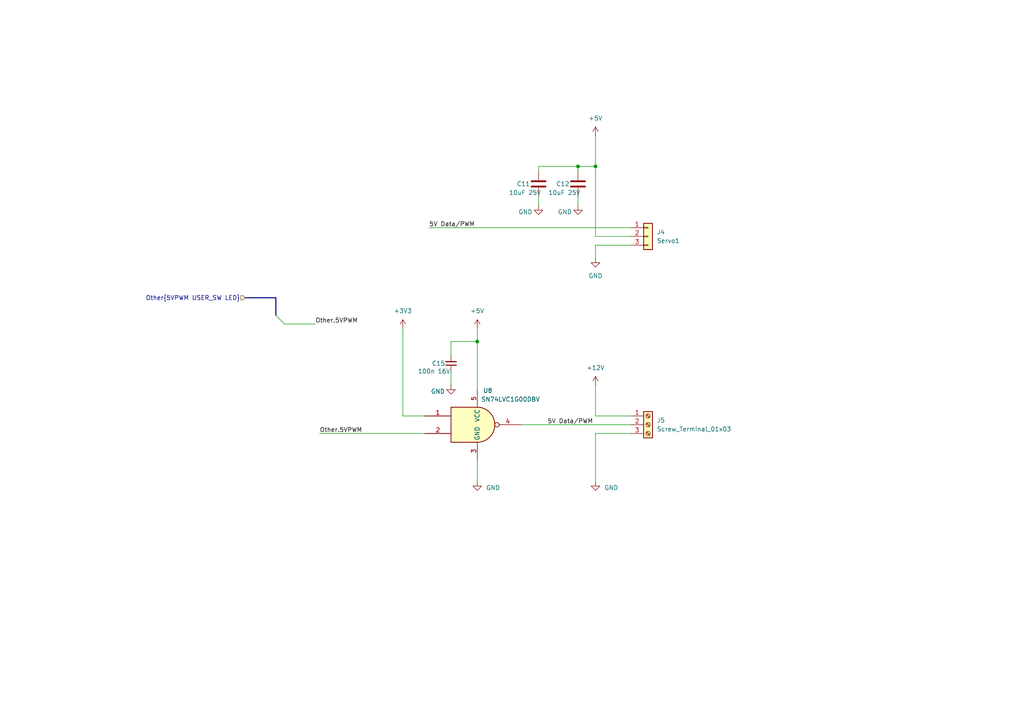
<source format=kicad_sch>
(kicad_sch (version 20231120) (generator "eeschema") (generator_version "8.0")
  (paper "A4")
  (title_block (title "Servo/5v PWM out") (date "2025-02-04") (rev "A") (company "Artem Horiunov") (comment 1 "DESIGNED IN POLAND"))
  (lib_symbols
    (symbol "74xGxx:SN74LVC1G00DBV"
      (property "Reference" "U" (at -5.08 7.62 0))
      (property "Value" "SN74LVC1G00DBV" (at 7.62 -7.62 0))
      (symbol "SN74LVC1G00DBV_0_1"
        (arc (start 0 -5.08) (mid 5.0579 0) (end 0 5.08) (stroke (width 0.254)) (fill (type background)))
        (polyline (pts (xy 0 -5.08) (xy -7.62 -5.08) (xy -7.62 5.08) (xy 0 5.08)) (stroke (width 0.254)) (fill (type background)))
      )
      (symbol "SN74LVC1G00DBV_1_1"
        (pin input line (at -15.24 2.54 0) (length 7.62) (name "~") (number "1"))
        (pin input line (at -15.24 -2.54 0) (length 7.62) (name "~") (number "2"))
        (pin power_in line (at 0 -10.16 90) (length 5.08) (name "GND") (number "3"))
        (pin output inverted (at 12.7 0 180) (length 7.62) (name "~") (number "4"))
        (pin power_in line (at 0 10.16 270) (length 5.08) (name "VCC") (number "5"))
      )
    )
    (symbol "Connector:Screw_Terminal_01x03" (pin_names (offset 1.016) hide)
      (property "Reference" "J" (at 0 5.08 0))
      (property "Value" "Screw_Terminal_01x03" (at 0 -5.08 0))
      (symbol "Screw_Terminal_01x03_1_1"
        (rectangle (start -1.27 3.81) (end 1.27 -3.81) (stroke (width 0.254)) (fill (type background)))
        (circle (center 0 -2.54) (radius 0.635) (stroke (width 0.1524)))
        (polyline (pts (xy -0.5334 -2.2098) (xy 0.3302 -3.048)) (stroke (width 0.1524)))
        (polyline (pts (xy -0.5334 0.3302) (xy 0.3302 -0.508)) (stroke (width 0.1524)))
        (polyline (pts (xy -0.5334 2.8702) (xy 0.3302 2.032)) (stroke (width 0.1524)))
        (polyline (pts (xy -0.3556 -2.032) (xy 0.508 -2.8702)) (stroke (width 0.1524)))
        (polyline (pts (xy -0.3556 0.508) (xy 0.508 -0.3302)) (stroke (width 0.1524)))
        (polyline (pts (xy -0.3556 3.048) (xy 0.508 2.2098)) (stroke (width 0.1524)))
        (circle (center 0 0) (radius 0.635) (stroke (width 0.1524)))
        (circle (center 0 2.54) (radius 0.635) (stroke (width 0.1524)))
        (pin passive line (at -5.08 2.54 0) (length 3.81) (name "Pin_1") (number "1"))
        (pin passive line (at -5.08 0 0) (length 3.81) (name "Pin_2") (number "2"))
        (pin passive line (at -5.08 -2.54 0) (length 3.81) (name "Pin_3") (number "3"))
      )
    )
    (symbol "Connector_Generic:Conn_01x03" (pin_names (offset 1.016) hide)
      (property "Reference" "J" (at 0 5.08 0))
      (property "Value" "Conn_01x03" (at 0 -5.08 0))
      (symbol "Conn_01x03_1_1"
        (rectangle (start -1.27 -2.413) (end 0 -2.667) (stroke (width 0.1524)))
        (rectangle (start -1.27 0.127) (end 0 -0.127) (stroke (width 0.1524)))
        (rectangle (start -1.27 2.667) (end 0 2.413) (stroke (width 0.1524)))
        (rectangle (start -1.27 3.81) (end 1.27 -3.81) (stroke (width 0.254)) (fill (type background)))
        (pin passive line (at -5.08 2.54 0) (length 3.81) (name "Pin_1") (number "1"))
        (pin passive line (at -5.08 0 0) (length 3.81) (name "Pin_2") (number "2"))
        (pin passive line (at -5.08 -2.54 0) (length 3.81) (name "Pin_3") (number "3"))
      )
    )
    (symbol "Device:C" (pin_numbers hide) (pin_names (offset 0.254))
      (property "Reference" "C" (at 0.635 2.54 0))
      (property "Value" "C" (at 0.635 -2.54 0))
      (symbol "C_0_1"
        (polyline (pts (xy -2.032 -0.762) (xy 2.032 -0.762)) (stroke (width 0.508)))
        (polyline (pts (xy -2.032 0.762) (xy 2.032 0.762)) (stroke (width 0.508)))
      )
      (symbol "C_1_1"
        (pin passive line (at 0 3.81 270) (length 2.794) (name "~") (number "1"))
        (pin passive line (at 0 -3.81 90) (length 2.794) (name "~") (number "2"))
      )
    )
    (symbol "Device:C_Small" (pin_numbers hide) (pin_names (offset 0.254) hide)
      (property "Reference" "C" (at 0.254 1.778 0))
      (property "Value" "C_Small" (at 0.254 -2.032 0))
      (symbol "C_Small_0_1"
        (polyline (pts (xy -1.524 -0.508) (xy 1.524 -0.508)) (stroke (width 0.3302)))
        (polyline (pts (xy -1.524 0.508) (xy 1.524 0.508)) (stroke (width 0.3048)))
      )
      (symbol "C_Small_1_1"
        (pin passive line (at 0 2.54 270) (length 2.032) (name "~") (number "1"))
        (pin passive line (at 0 -2.54 90) (length 2.032) (name "~") (number "2"))
      )
    )
    (symbol "power:+3V3" (power) (pin_numbers hide) (pin_names (offset 0) hide)
      (property "Value" "+3V3" (at 0 3.556 0))
      (symbol "+3V3_0_1"
        (polyline (pts (xy -0.762 1.27) (xy 0 2.54)))
        (polyline (pts (xy 0 0) (xy 0 2.54)))
        (polyline (pts (xy 0 2.54) (xy 0.762 1.27)))
      )
      (symbol "+3V3_1_1"
        (pin power_in line (at 0 0 90) (length 0) (name "~") (number "1"))
      )
    )
    (symbol "power:+5V" (power) (pin_numbers hide) (pin_names (offset 0) hide)
      (property "Value" "+5V" (at 0 3.556 0))
      (symbol "+5V_0_1"
        (polyline (pts (xy -0.762 1.27) (xy 0 2.54)))
        (polyline (pts (xy 0 0) (xy 0 2.54)))
        (polyline (pts (xy 0 2.54) (xy 0.762 1.27)))
      )
      (symbol "+5V_1_1"
        (pin power_in line (at 0 0 90) (length 0) (name "~") (number "1"))
      )
    )
    (symbol "power:GND" (power) (pin_numbers hide) (pin_names (offset 0) hide)
      (property "Value" "GND" (at 0 -3.81 0))
      (symbol "GND_0_1"
        (polyline (pts (xy 0 0) (xy 0 -1.27) (xy 1.27 -1.27) (xy 0 -2.54) (xy -1.27 -1.27) (xy 0 -1.27)))
      )
      (symbol "GND_1_1"
        (pin power_in line (at 0 0 270) (length 0) (name "~") (number "1"))
      )
    )
  )
  (junction (at 172.72 48.26))
  (junction (at 167.64 48.26))
  (junction (at 138.43 99.06))
  (bus_entry (at 80.01 91.44) (size 2.54 2.54))
  (wire (pts (xy 124.46 66.04) (xy 182.88 66.04)))
  (wire (pts (xy 167.64 48.26) (xy 156.21 48.26)))
  (wire (pts (xy 182.88 125.73) (xy 172.72 125.73)))
  (wire (pts (xy 138.43 133.35) (xy 138.43 139.7)))
  (wire (pts (xy 156.21 57.15) (xy 156.21 59.69)))
  (wire (pts (xy 172.72 71.12) (xy 182.88 71.12)))
  (wire (pts (xy 151.13 123.19) (xy 182.88 123.19)))
  (wire (pts (xy 172.72 68.58) (xy 182.88 68.58)))
  (wire (pts (xy 116.84 120.65) (xy 123.19 120.65)))
  (wire (pts (xy 130.81 99.06) (xy 138.43 99.06)))
  (wire (pts (xy 92.71 125.73) (xy 123.19 125.73)))
  (wire (pts (xy 172.72 39.37) (xy 172.72 48.26)))
  (wire (pts (xy 138.43 95.25) (xy 138.43 99.06)))
  (wire (pts (xy 172.72 48.26) (xy 167.64 48.26)))
  (bus (pts (xy 80.01 86.36) (xy 80.01 91.44)))
  (wire (pts (xy 167.64 48.26) (xy 167.64 49.53)))
  (wire (pts (xy 82.55 93.98) (xy 91.44 93.98)))
  (wire (pts (xy 182.88 120.65) (xy 172.72 120.65)))
  (wire (pts (xy 172.72 74.93) (xy 172.72 71.12)))
  (wire (pts (xy 156.21 48.26) (xy 156.21 49.53)))
  (wire (pts (xy 172.72 111.76) (xy 172.72 120.65)))
  (wire (pts (xy 116.84 95.25) (xy 116.84 120.65)))
  (wire (pts (xy 167.64 57.15) (xy 167.64 59.69)))
  (wire (pts (xy 130.81 107.95) (xy 130.81 111.76)))
  (wire (pts (xy 130.81 99.06) (xy 130.81 102.87)))
  (wire (pts (xy 172.72 48.26) (xy 172.72 68.58)))
  (wire (pts (xy 138.43 99.06) (xy 138.43 113.03)))
  (bus (pts (xy 71.12 86.36) (xy 80.01 86.36)))
  (wire (pts (xy 172.72 125.73) (xy 172.72 139.7)))
  (label "5V Data{slash}PWM" (at 124.46 66.04 0))
  (label "Other.5VPWM" (at 92.71 125.73 0))
  (label "Other.5VPWM" (at 91.44 93.98 0))
  (label "5V Data{slash}PWM" (at 158.75 123.19 0))
  (hierarchical_label "Other{5VPWM USER_SW LED}" (shape input) (at 71.12 86.36 180))
  (symbol (lib_id "Device:C_Small") (at 130.81 105.41 0) (mirror x) (unit 1)
    (property "Reference" "C15" (at 125.222 105.41 0) (effects (justify left)))
    (property "Value" "100n 16V" (at 121.158 107.696 0) (effects (justify left)))
    (property "Footprint" "Capacitor_SMD:C_0402_1005Metric" (effects (hide yes)))
    (property "Description" "Unpolarized capacitor, small symbol" (effects (hide yes)))
  )
  (symbol (lib_id "power:GND") (at 138.43 139.7 0) (unit 1)
    (property "Reference" "#PWR039" (effects (hide yes)))
    (property "Value" "GND" (at 143.002 141.478 0))
    (property "Description" "Power symbol creates a global label with name \"GND\" , ground" (effects (hide yes)))
  )
  (symbol (lib_id "power:GND") (at 167.64 59.69 0) (unit 1)
    (property "Reference" "#PWR025" (effects (hide yes)))
    (property "Value" "GND" (at 163.83 61.468 0))
  )
  (symbol (lib_id "power:+5V") (at 172.72 111.76 0) (unit 1)
    (property "Reference" "#PWR038" (effects (hide yes)))
    (property "Value" "+12V" (at 172.72 106.68 0))
    (property "Description" "Power symbol creates a global label with name \"+5V\"" (effects (hide yes)))
  )
  (symbol (lib_id "power:GND") (at 172.72 74.93 0) (unit 1)
    (property "Reference" "#PWR026" (effects (hide yes)))
    (property "Value" "GND" (at 172.72 80.01 0))
  )
  (symbol (lib_id "Device:C") (at 156.21 53.34 0) (unit 1)
    (property "Reference" "C11" (at 149.86 53.34 0) (effects (justify left)))
    (property "Value" "10uF 25V" (at 147.574 55.88 0) (effects (justify left)))
    (property "Footprint" "Resistor_SMD:R_0402_1005Metric" (effects (hide yes)))
    (property "Description" "Unpolarized capacitor" (effects (hide yes)))
  )
  (symbol (lib_id "power:+3V3") (at 116.84 95.25 0) (unit 1)
    (property "Reference" "#PWR035" (effects (hide yes)))
    (property "Value" "+3V3" (at 116.84 90.17 0))
    (property "Description" "Power symbol creates a global label with name \"+3V3\"" (effects (hide yes)))
  )
  (symbol (lib_id "Device:C") (at 167.64 53.34 0) (unit 1)
    (property "Reference" "C12" (at 161.29 53.34 0) (effects (justify left)))
    (property "Value" "10uF 25V" (at 159.004 55.88 0) (effects (justify left)))
    (property "Footprint" "Resistor_SMD:R_0402_1005Metric" (effects (hide yes)))
    (property "Description" "Unpolarized capacitor" (effects (hide yes)))
  )
  (symbol (lib_id "power:GND") (at 156.21 59.69 0) (unit 1)
    (property "Reference" "#PWR023" (effects (hide yes)))
    (property "Value" "GND" (at 152.4 61.468 0))
  )
  (symbol (lib_id "Connector_Generic:Conn_01x03") (at 187.96 68.58 0) (unit 1)
    (property "Reference" "J4" (at 190.5 67.31 0) (effects (justify left)))
    (property "Value" "Servo1" (at 190.5 69.85 0) (effects (justify left)))
    (property "Footprint" "Connector_PinHeader_2.54mm:PinHeader_1x03_P2.54mm_Vertical_SMD_Pin1Left" (effects (hide yes)))
  )
  (symbol (lib_id "74xGxx:SN74LVC1G00DBV") (at 138.43 123.19 0) (unit 1)
    (property "Reference" "U8" (at 141.478 113.284 0))
    (property "Value" "SN74LVC1G00DBV" (at 148.082 115.824 0))
    (property "Footprint" "Package_TO_SOT_SMD:SOT-23-5" (effects (hide yes)))
    (property "Datasheet" "http://www.ti.com/lit/ds/symlink/sn74lvc1g00.pdf" (effects (hide yes)))
    (property "Description" "Single NAND Gate, Low-Voltage CMOS, SOT-23" (effects (hide yes)))
  )
  (symbol (lib_id "power:+5V") (at 172.72 39.37 0) (unit 1)
    (property "Reference" "#PWR022" (effects (hide yes)))
    (property "Value" "+5V" (at 172.72 34.29 0))
    (property "Description" "Power symbol creates a global label with name \"+5V\"" (effects (hide yes)))
  )
  (symbol (lib_id "power:GND") (at 172.72 139.7 0) (unit 1)
    (property "Reference" "#PWR040" (effects (hide yes)))
    (property "Value" "GND" (at 177.292 141.478 0))
    (property "Description" "Power symbol creates a global label with name \"GND\" , ground" (effects (hide yes)))
  )
  (symbol (lib_id "power:GND") (at 130.81 111.76 0) (unit 1)
    (property "Reference" "#PWR037" (effects (hide yes)))
    (property "Value" "GND" (at 127 113.538 0))
    (property "Description" "Power symbol creates a global label with name \"GND\" , ground" (effects (hide yes)))
  )
  (symbol (lib_id "Connector:Screw_Terminal_01x03") (at 187.96 123.19 0) (unit 1)
    (property "Reference" "J5" (at 190.5 121.92 0) (effects (justify left)))
    (property "Value" "Screw_Terminal_01x03" (at 190.5 124.46 0) (effects (justify left)))
    (property "Footprint" "TerminalBlock:TerminalBlock_Altech_AK300-3_P5.00mm" (effects (hide yes)))
    (property "Description" "Generic screw terminal, single row, 01x03, script generated (kicad-library-utils/schlib/autogen/connector/)" (effects (hide yes)))
  )
  (symbol (lib_id "power:+5V") (at 138.43 95.25 0) (unit 1)
    (property "Reference" "#PWR036" (effects (hide yes)))
    (property "Value" "+5V" (at 138.43 90.17 0))
    (property "Description" "Power symbol creates a global label with name \"+5V\"" (effects (hide yes)))
  )
)
</source>
